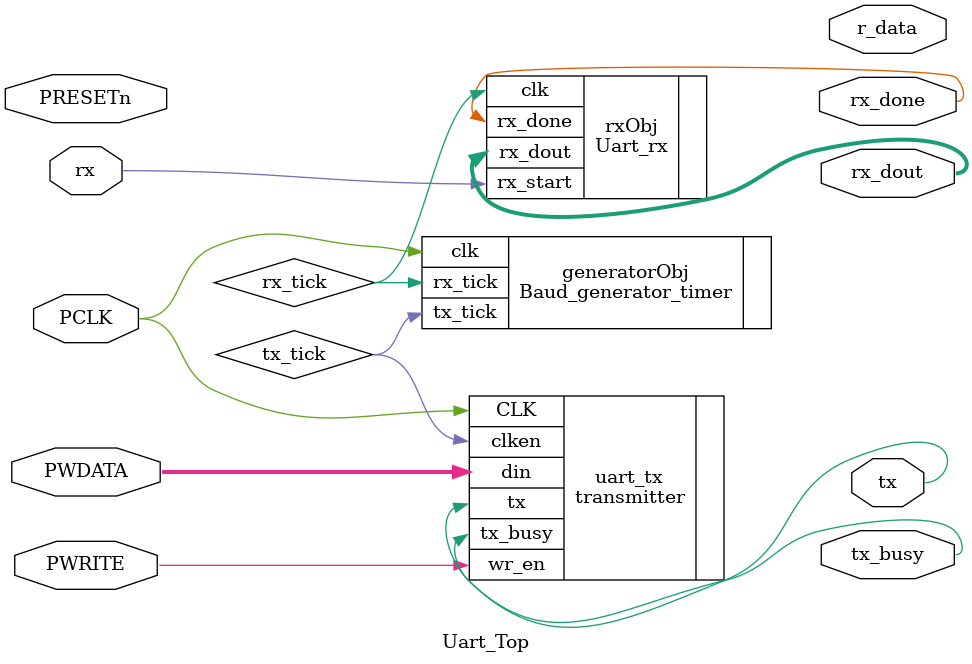
<source format=v>
module Uart_Top
#( 
 parameter DBITS = 8 ,
           SB_TICK = 16 , //ticksforstopbits ,
           
           CLOCK_RATE = 100000000, //freq of MCU=100MHZ
           BAUD_RATE = 9600
)
(
input wire  PCLK , PRESETn ,
// rx interface
input  rx,
output wire rx_done,
output wire [DBITS-1:0] rx_dout, 

input wire PWRITE,//wr_uart
input wire [DBITS-1:0] PWDATA ,//w_data
output wire  tx ,
output wire tx_busy,
output wire   [DBITS-1:0] r_data
);
wire rx_tick;
wire tx_tick;



//Receiver
Uart_rx rxObj(
        .clk(rx_tick),
        .rx_start(rx),
        .rx_done(rx_done),
        .rx_dout(rx_dout)
);
Baud_generator_timer #(
    .CLOCK_RATE(CLOCK_RATE),
    .BAUD_RATE(BAUD_RATE)
)generatorObj (
    .clk(PCLK),
    .rx_tick(rx_tick),
    .tx_tick(tx_tick)
);
 
//transmitter 

transmitter uart_tx(.din(PWDATA),
		    .wr_en(PWRITE),
		    .CLK(PCLK),
		    .clken(tx_tick),
		    .tx(tx),
		    .tx_busy(tx_busy));



endmodule

</source>
